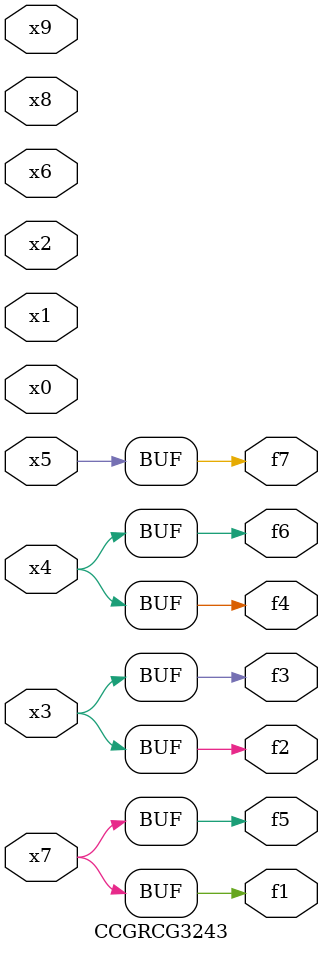
<source format=v>
module CCGRCG3243(
	input x0, x1, x2, x3, x4, x5, x6, x7, x8, x9,
	output f1, f2, f3, f4, f5, f6, f7
);
	assign f1 = x7;
	assign f2 = x3;
	assign f3 = x3;
	assign f4 = x4;
	assign f5 = x7;
	assign f6 = x4;
	assign f7 = x5;
endmodule

</source>
